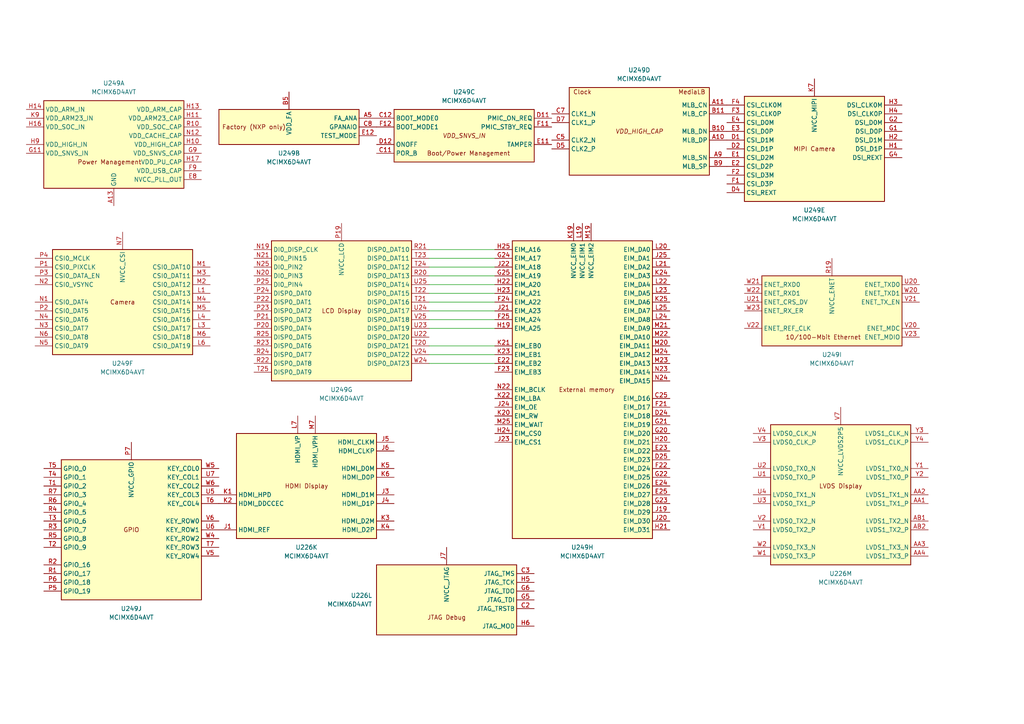
<source format=kicad_sch>
(kicad_sch (version 20250114) (generator "eeschema") (generator_version "9.0")
  (paper "A4")
  (wire (pts (xy 143.51 77.47) (xy 124.46 77.47)))
  (wire (pts (xy 143.51 100.33) (xy 124.46 100.33)))
  (wire (pts (xy 143.51 92.71) (xy 124.46 92.71)))
  (wire (pts (xy 143.51 95.25) (xy 124.46 95.25)))
  (wire (pts (xy 143.51 80.01) (xy 124.46 80.01)))
  (wire (pts (xy 143.51 87.63) (xy 124.46 87.63)))
  (wire (pts (xy 143.51 72.39) (xy 124.46 72.39)))
  (wire (pts (xy 143.51 90.17) (xy 124.46 90.17)))
  (wire (pts (xy 143.51 74.93) (xy 124.46 74.93)))
  (wire (pts (xy 143.51 105.41) (xy 124.46 105.41)))
  (wire (pts (xy 143.51 102.87) (xy 124.46 102.87)))
  (wire (pts (xy 143.51 82.55) (xy 124.46 82.55)))
  (wire (pts (xy 143.51 85.09) (xy 124.46 85.09)))
  (symbol (lib_id "CPU_NXP_IMX:MCIMX6D4AVT") (at 241.3 90.17 0) (unit 9)
    (property "Reference" "U249" (at 241.3 102.87 0))
    (property "Value" "MCIMX6D4AVT" (at 241.3 105.41 0))
    (property "Footprint" "Package_BGA:BGA-624_21x21mm_Layout25x25_P0.8mm" (effects (hide yes)))
    (property "Datasheet" "https://www.nxp.com/docs/en/data-sheet/IMX6DQAEC.pdf" (effects (hide yes)))
    (property "Description" "i.MX 6Dual Automotive and Infotainment Application Processor, BGA-624" (effects (hide yes)))
  )
  (symbol (lib_id "CPU_NXP_IMX:MCIMX6D4AVT") (at 185.42 38.1 0) (unit 4)
    (property "Reference" "U249" (at 185.42 20.32 0))
    (property "Value" "MCIMX6D4AVT" (at 185.42 22.86 0))
    (property "Footprint" "Package_BGA:BGA-624_21x21mm_Layout25x25_P0.8mm" (effects (hide yes)))
    (property "Datasheet" "https://www.nxp.com/docs/en/data-sheet/IMX6DQAEC.pdf" (effects (hide yes)))
    (property "Description" "i.MX 6Dual Automotive and Infotainment Application Processor, BGA-624" (effects (hide yes)))
  )
  (symbol (lib_id "CPU_NXP_IMX:MCIMX6D4AVT") (at 134.62 39.37 0) (unit 3)
    (property "Reference" "U249" (at 134.62 26.67 0))
    (property "Value" "MCIMX6D4AVT" (at 134.62 29.21 0))
    (property "Footprint" "Package_BGA:BGA-624_21x21mm_Layout25x25_P0.8mm" (effects (hide yes)))
    (property "Datasheet" "https://www.nxp.com/docs/en/data-sheet/IMX6DQAEC.pdf" (effects (hide yes)))
    (property "Description" "i.MX 6Dual Automotive and Infotainment Application Processor, BGA-624" (effects (hide yes)))
  )
  (symbol (lib_id "CPU_NXP_IMX:MCIMX6D4AVT") (at 236.22 43.18 0) (unit 5)
    (property "Reference" "U249" (at 236.22 60.96 0))
    (property "Value" "MCIMX6D4AVT" (at 236.22 63.5 0))
    (property "Footprint" "Package_BGA:BGA-624_21x21mm_Layout25x25_P0.8mm" (effects (hide yes)))
    (property "Datasheet" "https://www.nxp.com/docs/en/data-sheet/IMX6DQAEC.pdf" (effects (hide yes)))
    (property "Description" "i.MX 6Dual Automotive and Infotainment Application Processor, BGA-624" (effects (hide yes)))
  )
  (symbol (lib_id "CPU_NXP_IMX:MCIMX6D4AVT") (at 168.91 113.03 0) (unit 8)
    (property "Reference" "U249" (at 168.91 158.75 0))
    (property "Value" "MCIMX6D4AVT" (at 168.91 161.29 0))
    (property "Footprint" "Package_BGA:BGA-624_21x21mm_Layout25x25_P0.8mm" (effects (hide yes)))
    (property "Datasheet" "https://www.nxp.com/docs/en/data-sheet/IMX6DQAEC.pdf" (effects (hide yes)))
    (property "Description" "i.MX 6Dual Automotive and Infotainment Application Processor, BGA-624" (effects (hide yes)))
  )
  (symbol (lib_id "CPU_NXP_IMX:MCIMX6D4AVT") (at 83.82 36.83 0) (unit 2)
    (property "Reference" "U249" (at 83.82 44.45 0))
    (property "Value" "MCIMX6D4AVT" (at 83.82 46.99 0))
    (property "Footprint" "Package_BGA:BGA-624_21x21mm_Layout25x25_P0.8mm" (effects (hide yes)))
    (property "Datasheet" "https://www.nxp.com/docs/en/data-sheet/IMX6DQAEC.pdf" (effects (hide yes)))
    (property "Description" "i.MX 6Dual Automotive and Infotainment Application Processor, BGA-624" (effects (hide yes)))
  )
  (symbol (lib_id "CPU_NXP_IMX:MCIMX6D4AVT") (at 33.02 41.91 0) (unit 1)
    (property "Reference" "U249" (at 33.02 24.13 0))
    (property "Value" "MCIMX6D4AVT" (at 33.02 26.67 0))
    (property "Footprint" "Package_BGA:BGA-624_21x21mm_Layout25x25_P0.8mm" (effects (hide yes)))
    (property "Datasheet" "https://www.nxp.com/docs/en/data-sheet/IMX6DQAEC.pdf" (effects (hide yes)))
    (property "Description" "i.MX 6Dual Automotive and Infotainment Application Processor, BGA-624" (effects (hide yes)))
  )
  (symbol (lib_id "CPU_NXP_IMX:MCIMX6D4AVT") (at 35.56 87.63 0) (unit 6)
    (property "Reference" "U249" (at 35.56 105.41 0))
    (property "Value" "MCIMX6D4AVT" (at 35.56 107.95 0))
    (property "Footprint" "Package_BGA:BGA-624_21x21mm_Layout25x25_P0.8mm" (effects (hide yes)))
    (property "Datasheet" "https://www.nxp.com/docs/en/data-sheet/IMX6DQAEC.pdf" (effects (hide yes)))
    (property "Description" "i.MX 6Dual Automotive and Infotainment Application Processor, BGA-624" (effects (hide yes)))
  )
  (symbol (lib_id "CPU_NXP_IMX:MCIMX6D4AVT") (at 99.06 90.17 0) (unit 7)
    (property "Reference" "U249" (at 99.06 113.03 0))
    (property "Value" "MCIMX6D4AVT" (at 99.06 115.57 0))
    (property "Footprint" "Package_BGA:BGA-624_21x21mm_Layout25x25_P0.8mm" (effects (hide yes)))
    (property "Datasheet" "https://www.nxp.com/docs/en/data-sheet/IMX6DQAEC.pdf" (effects (hide yes)))
    (property "Description" "i.MX 6Dual Automotive and Infotainment Application Processor, BGA-624" (effects (hide yes)))
  )
  (symbol (lib_id "CPU_NXP_IMX:MCIMX6D4AVT") (at 88.9 140.97 0) (unit 11)
    (property "Reference" "U226" (at 88.9 158.75 0))
    (property "Value" "MCIMX6D4AVT" (at 88.9 161.29 0))
    (property "Footprint" "Package_BGA:BGA-624_21x21mm_Layout25x25_P0.8mm" (effects (hide yes)))
    (property "Datasheet" "https://www.nxp.com/docs/en/data-sheet/IMX6DQAEC.pdf" (effects (hide yes)))
    (property "Description" "i.MX 6Dual Automotive and Infotainment Application Processor, BGA-624" (effects (hide yes)))
  )
  (symbol (lib_id "CPU_NXP_IMX:MCIMX6D4AVT") (at 129.54 173.99 0) (unit 12)
    (property "Reference" "U226" (at 107.95 172.7199 0) (effects (justify right)))
    (property "Value" "MCIMX6D4AVT" (at 107.95 175.2599 0) (effects (justify right)))
    (property "Footprint" "Package_BGA:BGA-624_21x21mm_Layout25x25_P0.8mm" (effects (hide yes)))
    (property "Datasheet" "https://www.nxp.com/docs/en/data-sheet/IMX6DQAEC.pdf" (effects (hide yes)))
    (property "Description" "i.MX 6Dual Automotive and Infotainment Application Processor, BGA-624" (effects (hide yes)))
  )
  (symbol (lib_id "CPU_NXP_IMX:MCIMX6D4AVT") (at 38.1 153.67 0) (unit 10)
    (property "Reference" "U249" (at 38.1 176.53 0))
    (property "Value" "MCIMX6D4AVT" (at 38.1 179.07 0))
    (property "Footprint" "Package_BGA:BGA-624_21x21mm_Layout25x25_P0.8mm" (effects (hide yes)))
    (property "Datasheet" "https://www.nxp.com/docs/en/data-sheet/IMX6DQAEC.pdf" (effects (hide yes)))
    (property "Description" "i.MX 6Dual Automotive and Infotainment Application Processor, BGA-624" (effects (hide yes)))
  )
  (symbol (lib_id "CPU_NXP_IMX:MCIMX6D4AVT") (at 243.84 143.51 0) (unit 13)
    (property "Reference" "U226" (at 243.84 166.37 0))
    (property "Value" "MCIMX6D4AVT" (at 243.84 168.91 0))
    (property "Footprint" "Package_BGA:BGA-624_21x21mm_Layout25x25_P0.8mm" (effects (hide yes)))
    (property "Datasheet" "https://www.nxp.com/docs/en/data-sheet/IMX6DQAEC.pdf" (effects (hide yes)))
    (property "Description" "i.MX 6Dual Automotive and Infotainment Application Processor, BGA-624" (effects (hide yes)))
  )
)
</source>
